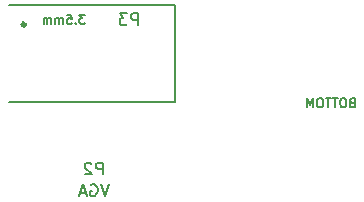
<source format=gbr>
G04 #@! TF.GenerationSoftware,KiCad,Pcbnew,(5.1.10-1-10_14)*
G04 #@! TF.CreationDate,2021-10-23T02:31:54-04:00*
G04 #@! TF.ProjectId,8DIN2VGA,3844494e-3256-4474-912e-6b696361645f,1*
G04 #@! TF.SameCoordinates,Original*
G04 #@! TF.FileFunction,Legend,Bot*
G04 #@! TF.FilePolarity,Positive*
%FSLAX46Y46*%
G04 Gerber Fmt 4.6, Leading zero omitted, Abs format (unit mm)*
G04 Created by KiCad (PCBNEW (5.1.10-1-10_14)) date 2021-10-23 02:31:54*
%MOMM*%
%LPD*%
G01*
G04 APERTURE LIST*
%ADD10C,0.127000*%
%ADD11C,0.187500*%
%ADD12C,0.350000*%
%ADD13C,0.150000*%
%ADD14C,0.100000*%
%ADD15C,4.167600*%
%ADD16C,1.801600*%
%ADD17O,1.609600X3.117600*%
G04 APERTURE END LIST*
D10*
X148079857Y-105235571D02*
X147971000Y-105271857D01*
X147934714Y-105308142D01*
X147898428Y-105380714D01*
X147898428Y-105489571D01*
X147934714Y-105562142D01*
X147971000Y-105598428D01*
X148043571Y-105634714D01*
X148333857Y-105634714D01*
X148333857Y-104872714D01*
X148079857Y-104872714D01*
X148007285Y-104909000D01*
X147971000Y-104945285D01*
X147934714Y-105017857D01*
X147934714Y-105090428D01*
X147971000Y-105163000D01*
X148007285Y-105199285D01*
X148079857Y-105235571D01*
X148333857Y-105235571D01*
X147426714Y-104872714D02*
X147281571Y-104872714D01*
X147209000Y-104909000D01*
X147136428Y-104981571D01*
X147100142Y-105126714D01*
X147100142Y-105380714D01*
X147136428Y-105525857D01*
X147209000Y-105598428D01*
X147281571Y-105634714D01*
X147426714Y-105634714D01*
X147499285Y-105598428D01*
X147571857Y-105525857D01*
X147608142Y-105380714D01*
X147608142Y-105126714D01*
X147571857Y-104981571D01*
X147499285Y-104909000D01*
X147426714Y-104872714D01*
X146882428Y-104872714D02*
X146447000Y-104872714D01*
X146664714Y-105634714D02*
X146664714Y-104872714D01*
X146301857Y-104872714D02*
X145866428Y-104872714D01*
X146084142Y-105634714D02*
X146084142Y-104872714D01*
X145467285Y-104872714D02*
X145322142Y-104872714D01*
X145249571Y-104909000D01*
X145177000Y-104981571D01*
X145140714Y-105126714D01*
X145140714Y-105380714D01*
X145177000Y-105525857D01*
X145249571Y-105598428D01*
X145322142Y-105634714D01*
X145467285Y-105634714D01*
X145539857Y-105598428D01*
X145612428Y-105525857D01*
X145648714Y-105380714D01*
X145648714Y-105126714D01*
X145612428Y-104981571D01*
X145539857Y-104909000D01*
X145467285Y-104872714D01*
X144814142Y-105634714D02*
X144814142Y-104872714D01*
X144560142Y-105417000D01*
X144306142Y-104872714D01*
X144306142Y-105634714D01*
D11*
X125485714Y-97809285D02*
X125021428Y-97809285D01*
X125271428Y-98095000D01*
X125164285Y-98095000D01*
X125092857Y-98130714D01*
X125057142Y-98166428D01*
X125021428Y-98237857D01*
X125021428Y-98416428D01*
X125057142Y-98487857D01*
X125092857Y-98523571D01*
X125164285Y-98559285D01*
X125378571Y-98559285D01*
X125450000Y-98523571D01*
X125485714Y-98487857D01*
X124700000Y-98487857D02*
X124664285Y-98523571D01*
X124700000Y-98559285D01*
X124735714Y-98523571D01*
X124700000Y-98487857D01*
X124700000Y-98559285D01*
X123985714Y-97809285D02*
X124342857Y-97809285D01*
X124378571Y-98166428D01*
X124342857Y-98130714D01*
X124271428Y-98095000D01*
X124092857Y-98095000D01*
X124021428Y-98130714D01*
X123985714Y-98166428D01*
X123950000Y-98237857D01*
X123950000Y-98416428D01*
X123985714Y-98487857D01*
X124021428Y-98523571D01*
X124092857Y-98559285D01*
X124271428Y-98559285D01*
X124342857Y-98523571D01*
X124378571Y-98487857D01*
X123628571Y-98559285D02*
X123628571Y-98059285D01*
X123628571Y-98130714D02*
X123592857Y-98095000D01*
X123521428Y-98059285D01*
X123414285Y-98059285D01*
X123342857Y-98095000D01*
X123307142Y-98166428D01*
X123307142Y-98559285D01*
X123307142Y-98166428D02*
X123271428Y-98095000D01*
X123200000Y-98059285D01*
X123092857Y-98059285D01*
X123021428Y-98095000D01*
X122985714Y-98166428D01*
X122985714Y-98559285D01*
X122628571Y-98559285D02*
X122628571Y-98059285D01*
X122628571Y-98130714D02*
X122592857Y-98095000D01*
X122521428Y-98059285D01*
X122414285Y-98059285D01*
X122342857Y-98095000D01*
X122307142Y-98166428D01*
X122307142Y-98559285D01*
X122307142Y-98166428D02*
X122271428Y-98095000D01*
X122200000Y-98059285D01*
X122092857Y-98059285D01*
X122021428Y-98095000D01*
X121985714Y-98166428D01*
X121985714Y-98559285D01*
X127511904Y-112142380D02*
X127178571Y-113142380D01*
X126845238Y-112142380D01*
X125988095Y-112190000D02*
X126083333Y-112142380D01*
X126226190Y-112142380D01*
X126369047Y-112190000D01*
X126464285Y-112285238D01*
X126511904Y-112380476D01*
X126559523Y-112570952D01*
X126559523Y-112713809D01*
X126511904Y-112904285D01*
X126464285Y-112999523D01*
X126369047Y-113094761D01*
X126226190Y-113142380D01*
X126130952Y-113142380D01*
X125988095Y-113094761D01*
X125940476Y-113047142D01*
X125940476Y-112713809D01*
X126130952Y-112713809D01*
X125559523Y-112856666D02*
X125083333Y-112856666D01*
X125654761Y-113142380D02*
X125321428Y-112142380D01*
X124988095Y-113142380D01*
D10*
X119100000Y-105190000D02*
X133100000Y-105190000D01*
X133100000Y-105190000D02*
X133100000Y-96990000D01*
X133100000Y-96990000D02*
X119100000Y-96990000D01*
D12*
X120460000Y-98610000D02*
G75*
G03*
X120460000Y-98610000I-150000J0D01*
G01*
D13*
X126988095Y-111302380D02*
X126988095Y-110302380D01*
X126607142Y-110302380D01*
X126511904Y-110350000D01*
X126464285Y-110397619D01*
X126416666Y-110492857D01*
X126416666Y-110635714D01*
X126464285Y-110730952D01*
X126511904Y-110778571D01*
X126607142Y-110826190D01*
X126988095Y-110826190D01*
X126035714Y-110397619D02*
X125988095Y-110350000D01*
X125892857Y-110302380D01*
X125654761Y-110302380D01*
X125559523Y-110350000D01*
X125511904Y-110397619D01*
X125464285Y-110492857D01*
X125464285Y-110588095D01*
X125511904Y-110730952D01*
X126083333Y-111302380D01*
X125464285Y-111302380D01*
X129949077Y-98672983D02*
X129949077Y-97671652D01*
X129567618Y-97671652D01*
X129472253Y-97719334D01*
X129424570Y-97767016D01*
X129376888Y-97862381D01*
X129376888Y-98005429D01*
X129424570Y-98100793D01*
X129472253Y-98148476D01*
X129567618Y-98196158D01*
X129949077Y-98196158D01*
X129043111Y-97671652D02*
X128423239Y-97671652D01*
X128757016Y-98053111D01*
X128613969Y-98053111D01*
X128518604Y-98100793D01*
X128470922Y-98148476D01*
X128423239Y-98243841D01*
X128423239Y-98482253D01*
X128470922Y-98577618D01*
X128518604Y-98625300D01*
X128613969Y-98672983D01*
X128900064Y-98672983D01*
X128995429Y-98625300D01*
X129043111Y-98577618D01*
%LPC*%
D14*
G36*
X150610000Y-106950000D02*
G01*
X149630000Y-106950000D01*
X149030000Y-106350000D01*
X149030000Y-96640000D01*
X150610000Y-96640000D01*
X150610000Y-106950000D01*
G37*
X150610000Y-106950000D02*
X149630000Y-106950000D01*
X149030000Y-106350000D01*
X149030000Y-96640000D01*
X150610000Y-96640000D01*
X150610000Y-106950000D01*
G36*
G01*
X150791900Y-106699200D02*
X152568100Y-106699200D01*
G75*
G02*
X152730800Y-106861900I0J-162700D01*
G01*
X152730800Y-107838100D01*
G75*
G02*
X152568100Y-108000800I-162700J0D01*
G01*
X150791900Y-108000800D01*
G75*
G02*
X150629200Y-107838100I0J162700D01*
G01*
X150629200Y-106861900D01*
G75*
G02*
X150791900Y-106699200I162700J0D01*
G01*
G37*
G36*
G01*
X157481900Y-109849200D02*
X159258100Y-109849200D01*
G75*
G02*
X159420800Y-110011900I0J-162700D01*
G01*
X159420800Y-110988100D01*
G75*
G02*
X159258100Y-111150800I-162700J0D01*
G01*
X157481900Y-111150800D01*
G75*
G02*
X157319200Y-110988100I0J162700D01*
G01*
X157319200Y-110011900D01*
G75*
G02*
X157481900Y-109849200I162700J0D01*
G01*
G37*
G36*
G01*
X150831900Y-109849200D02*
X152608100Y-109849200D01*
G75*
G02*
X152770800Y-110011900I0J-162700D01*
G01*
X152770800Y-110988100D01*
G75*
G02*
X152608100Y-111150800I-162700J0D01*
G01*
X150831900Y-111150800D01*
G75*
G02*
X150669200Y-110988100I0J162700D01*
G01*
X150669200Y-110011900D01*
G75*
G02*
X150831900Y-109849200I162700J0D01*
G01*
G37*
G36*
G01*
X156600800Y-110941900D02*
X156600800Y-112718100D01*
G75*
G02*
X156438100Y-112880800I-162700J0D01*
G01*
X155461900Y-112880800D01*
G75*
G02*
X155299200Y-112718100I0J162700D01*
G01*
X155299200Y-110941900D01*
G75*
G02*
X155461900Y-110779200I162700J0D01*
G01*
X156438100Y-110779200D01*
G75*
G02*
X156600800Y-110941900I0J-162700D01*
G01*
G37*
G36*
G01*
X154780800Y-110941900D02*
X154780800Y-112718100D01*
G75*
G02*
X154618100Y-112880800I-162700J0D01*
G01*
X153641900Y-112880800D01*
G75*
G02*
X153479200Y-112718100I0J162700D01*
G01*
X153479200Y-110941900D01*
G75*
G02*
X153641900Y-110779200I162700J0D01*
G01*
X154618100Y-110779200D01*
G75*
G02*
X154780800Y-110941900I0J-162700D01*
G01*
G37*
G36*
G01*
X129054200Y-108220000D02*
X129054200Y-106520000D01*
G75*
G02*
X129105000Y-106469200I50800J0D01*
G01*
X130805000Y-106469200D01*
G75*
G02*
X130855800Y-106520000I0J-50800D01*
G01*
X130855800Y-108220000D01*
G75*
G02*
X130805000Y-108270800I-50800J0D01*
G01*
X129105000Y-108270800D01*
G75*
G02*
X129054200Y-108220000I0J50800D01*
G01*
G37*
D15*
X122040000Y-109350000D03*
X147030000Y-109350000D03*
D16*
X132245000Y-107370000D03*
X134535000Y-107370000D03*
X136825000Y-107370000D03*
X139115000Y-107370000D03*
X128810000Y-109350000D03*
X131100000Y-109350000D03*
X133390000Y-109350000D03*
X135680000Y-109350000D03*
X137970000Y-109350000D03*
X129955000Y-111330000D03*
X132245000Y-111330000D03*
X134535000Y-111330000D03*
X136825000Y-111330000D03*
X139115000Y-111330000D03*
D17*
X120300000Y-100890000D03*
X122700000Y-102890000D03*
X126400000Y-100890000D03*
X128200000Y-102890000D03*
X131900000Y-100890000D03*
M02*

</source>
